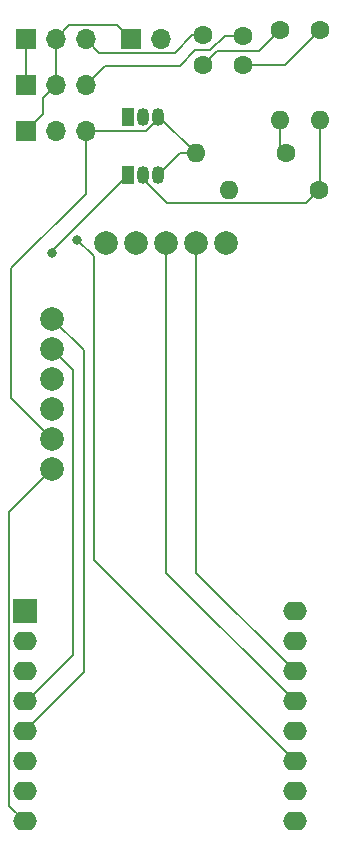
<source format=gbr>
%TF.GenerationSoftware,KiCad,Pcbnew,7.0.5-0*%
%TF.CreationDate,2023-07-06T10:59:35-04:00*%
%TF.ProjectId,Lemmingometre_v2,4c656d6d-696e-4676-9f6d-657472655f76,rev?*%
%TF.SameCoordinates,Original*%
%TF.FileFunction,Copper,L1,Top*%
%TF.FilePolarity,Positive*%
%FSLAX46Y46*%
G04 Gerber Fmt 4.6, Leading zero omitted, Abs format (unit mm)*
G04 Created by KiCad (PCBNEW 7.0.5-0) date 2023-07-06 10:59:35*
%MOMM*%
%LPD*%
G01*
G04 APERTURE LIST*
%TA.AperFunction,ComponentPad*%
%ADD10R,2.000000X2.000000*%
%TD*%
%TA.AperFunction,ComponentPad*%
%ADD11O,2.000000X1.600000*%
%TD*%
%TA.AperFunction,ComponentPad*%
%ADD12C,1.600000*%
%TD*%
%TA.AperFunction,ComponentPad*%
%ADD13O,1.600000X1.600000*%
%TD*%
%TA.AperFunction,ComponentPad*%
%ADD14R,1.700000X1.700000*%
%TD*%
%TA.AperFunction,ComponentPad*%
%ADD15O,1.700000X1.700000*%
%TD*%
%TA.AperFunction,ComponentPad*%
%ADD16R,1.050000X1.500000*%
%TD*%
%TA.AperFunction,ComponentPad*%
%ADD17O,1.050000X1.500000*%
%TD*%
%TA.AperFunction,ComponentPad*%
%ADD18C,2.000000*%
%TD*%
%TA.AperFunction,ViaPad*%
%ADD19C,0.800000*%
%TD*%
%TA.AperFunction,Conductor*%
%ADD20C,0.200000*%
%TD*%
G04 APERTURE END LIST*
D10*
%TO.P,MCU1,1,~{RST}*%
%TO.N,Net-(MCU1-~{RST})*%
X147090000Y-94150000D03*
D11*
%TO.P,MCU1,2,A0*%
%TO.N,unconnected-(MCU1-A0-Pad2)*%
X147090000Y-96690000D03*
%TO.P,MCU1,3,D0*%
%TO.N,unconnected-(MCU1-D0-Pad3)*%
X147090000Y-99230000D03*
%TO.P,MCU1,4,SCK/D5*%
%TO.N,Net-(MCU1-SCK{slash}D5)*%
X147090000Y-101770000D03*
%TO.P,MCU1,5,MISO/D6*%
%TO.N,Net-(MCU1-MISO{slash}D6)*%
X147090000Y-104310000D03*
%TO.P,MCU1,6,MOSI/D7*%
%TO.N,Net-(MCU1-MOSI{slash}D7)*%
X147090000Y-106850000D03*
%TO.P,MCU1,7,CS/D8*%
%TO.N,Net-(MCU1-CS{slash}D8)*%
X147090000Y-109390000D03*
%TO.P,MCU1,8,3V3*%
%TO.N,Net-(H1-Pin_1)*%
X147090000Y-111930000D03*
%TO.P,MCU1,9,5V*%
%TO.N,unconnected-(MCU1-5V-Pad9)*%
X169950000Y-111930000D03*
%TO.P,MCU1,10,GND*%
%TO.N,Net-(H1-Pin_2)*%
X169950000Y-109390000D03*
%TO.P,MCU1,11,D4*%
%TO.N,Net-(H6-Pin_2)*%
X169950000Y-106850000D03*
%TO.P,MCU1,12,D3*%
%TO.N,unconnected-(MCU1-D3-Pad12)*%
X169950000Y-104310000D03*
%TO.P,MCU1,13,SDA/D2*%
%TO.N,Net-(MCU1-SDA{slash}D2)*%
X169950000Y-101770000D03*
%TO.P,MCU1,14,SCL/D1*%
%TO.N,Net-(MCU1-SCL{slash}D1)*%
X169950000Y-99230000D03*
%TO.P,MCU1,15,RX*%
%TO.N,unconnected-(MCU1-RX-Pad15)*%
X169950000Y-96690000D03*
%TO.P,MCU1,16,TX*%
%TO.N,unconnected-(MCU1-TX-Pad16)*%
X169950000Y-94150000D03*
%TD*%
D12*
%TO.P,R2,1*%
%TO.N,Net-(C2-Pad2)*%
X172075000Y-44955000D03*
D13*
%TO.P,R2,2*%
%TO.N,Net-(NPN1-B)*%
X172075000Y-52575000D03*
%TD*%
D14*
%TO.P,H6,1,Pin_1*%
%TO.N,Net-(H1-Pin_1)*%
X147175000Y-53500000D03*
D15*
%TO.P,H6,2,Pin_2*%
%TO.N,Net-(H6-Pin_2)*%
X149715000Y-53500000D03*
%TO.P,H6,3,Pin_3*%
%TO.N,Net-(H1-Pin_2)*%
X152255000Y-53500000D03*
%TD*%
D14*
%TO.P,H5,1,Pin_1*%
%TO.N,Net-(H1-Pin_2)*%
X147170000Y-45675000D03*
D15*
%TO.P,H5,2,Pin_2*%
%TO.N,Net-(H1-Pin_1)*%
X149710000Y-45675000D03*
%TO.P,H5,3,Pin_3*%
%TO.N,Net-(H5-Pin_3)*%
X152250000Y-45675000D03*
%TD*%
D14*
%TO.P,H1,1,Pin_1*%
%TO.N,Net-(H1-Pin_1)*%
X156060000Y-45690000D03*
D15*
%TO.P,H1,2,Pin_2*%
%TO.N,Net-(H1-Pin_2)*%
X158600000Y-45690000D03*
%TD*%
D12*
%TO.P,R4,1*%
%TO.N,Net-(NPN1-B)*%
X172060000Y-58475000D03*
D13*
%TO.P,R4,2*%
%TO.N,Net-(H1-Pin_2)*%
X164440000Y-58475000D03*
%TD*%
D12*
%TO.P,R1,1*%
%TO.N,Net-(C1-Pad2)*%
X168725000Y-44905000D03*
D13*
%TO.P,R1,2*%
%TO.N,Net-(NPN2-B)*%
X168725000Y-52525000D03*
%TD*%
D16*
%TO.P,NPN2,1,C*%
%TO.N,Net-(MCU1-~{RST})*%
X155880000Y-52260000D03*
D17*
%TO.P,NPN2,2,B*%
%TO.N,Net-(NPN2-B)*%
X157150000Y-52260000D03*
%TO.P,NPN2,3,E*%
%TO.N,Net-(H1-Pin_2)*%
X158420000Y-52260000D03*
%TD*%
D12*
%TO.P,C1,1*%
%TO.N,Net-(H5-Pin_3)*%
X162200000Y-45400000D03*
%TO.P,C1,2*%
%TO.N,Net-(C1-Pad2)*%
X162200000Y-47900000D03*
%TD*%
%TO.P,R3,1*%
%TO.N,Net-(NPN2-B)*%
X169185000Y-55375000D03*
D13*
%TO.P,R3,2*%
%TO.N,Net-(H1-Pin_2)*%
X161565000Y-55375000D03*
%TD*%
D18*
%TO.P,SD1,1,MISO*%
%TO.N,Net-(MCU1-MISO{slash}D6)*%
X149440000Y-69370000D03*
%TO.P,SD1,2,SCK*%
%TO.N,Net-(MCU1-SCK{slash}D5)*%
X149440000Y-71910000D03*
%TO.P,SD1,3,SS*%
%TO.N,Net-(MCU1-CS{slash}D8)*%
X149440000Y-74450000D03*
%TO.P,SD1,4,MOSI*%
%TO.N,Net-(MCU1-MOSI{slash}D7)*%
X149440000Y-76990000D03*
%TO.P,SD1,5,GND*%
%TO.N,Net-(H1-Pin_2)*%
X149440000Y-79530000D03*
%TO.P,SD1,6,+5V*%
%TO.N,Net-(H1-Pin_1)*%
X149440000Y-82070000D03*
%TD*%
D12*
%TO.P,C2,1*%
%TO.N,Net-(H4-Pin_3)*%
X165550000Y-45425000D03*
%TO.P,C2,2*%
%TO.N,Net-(C2-Pad2)*%
X165550000Y-47925000D03*
%TD*%
D16*
%TO.P,NPN1,1,C*%
%TO.N,Net-(MCU1-~{RST})*%
X155885000Y-57175000D03*
D17*
%TO.P,NPN1,2,B*%
%TO.N,Net-(NPN1-B)*%
X157155000Y-57175000D03*
%TO.P,NPN1,3,E*%
%TO.N,Net-(H1-Pin_2)*%
X158425000Y-57175000D03*
%TD*%
D14*
%TO.P,H4,1,Pin_1*%
%TO.N,Net-(H1-Pin_2)*%
X147175000Y-49625000D03*
D15*
%TO.P,H4,2,Pin_2*%
%TO.N,Net-(H1-Pin_1)*%
X149715000Y-49625000D03*
%TO.P,H4,3,Pin_3*%
%TO.N,Net-(H4-Pin_3)*%
X152255000Y-49625000D03*
%TD*%
D18*
%TO.P,RTC1,5,SQW*%
%TO.N,unconnected-(RTC1-SQW-Pad5)*%
X164140000Y-62940000D03*
%TO.P,RTC1,4,SCL*%
%TO.N,Net-(MCU1-SCL{slash}D1)*%
X161600000Y-62940000D03*
%TO.P,RTC1,3,SDA*%
%TO.N,Net-(MCU1-SDA{slash}D2)*%
X159060000Y-62940000D03*
%TO.P,RTC1,2,VCC*%
%TO.N,Net-(H1-Pin_1)*%
X156520000Y-62940000D03*
%TO.P,RTC1,1,GND*%
%TO.N,Net-(H1-Pin_2)*%
X153980000Y-62940000D03*
%TD*%
D19*
%TO.N,Net-(H6-Pin_2)*%
X151550000Y-62675000D03*
%TO.N,Net-(MCU1-~{RST})*%
X149400000Y-63775000D03*
%TD*%
D20*
%TO.N,Net-(H4-Pin_3)*%
X165550000Y-45425000D02*
X164030635Y-45425000D01*
X164030635Y-45425000D02*
X162805635Y-46650000D01*
X162805635Y-46650000D02*
X161515686Y-46650000D01*
X160215686Y-47950000D02*
X153930000Y-47950000D01*
X161515686Y-46650000D02*
X160215686Y-47950000D01*
X153930000Y-47950000D02*
X152255000Y-49625000D01*
%TO.N,Net-(H5-Pin_3)*%
X152250000Y-45675000D02*
X153415000Y-46840000D01*
X153415000Y-46840000D02*
X159800000Y-46840000D01*
X159800000Y-46840000D02*
X161240000Y-45400000D01*
X161240000Y-45400000D02*
X162200000Y-45400000D01*
%TO.N,Net-(C1-Pad2)*%
X168725000Y-44905000D02*
X166930000Y-46700000D01*
X166930000Y-46700000D02*
X163400000Y-46700000D01*
X163400000Y-46700000D02*
X162200000Y-47900000D01*
%TO.N,Net-(MCU1-SCK{slash}D5)*%
X147090000Y-101770000D02*
X147290000Y-101770000D01*
X151230000Y-97830000D02*
X151230000Y-73700000D01*
X147290000Y-101770000D02*
X151230000Y-97830000D01*
X151230000Y-73700000D02*
X149440000Y-71910000D01*
%TO.N,Net-(MCU1-MISO{slash}D6)*%
X147090000Y-104310000D02*
X152090000Y-99310000D01*
X152090000Y-99310000D02*
X152090000Y-72020000D01*
X152090000Y-72020000D02*
X149440000Y-69370000D01*
%TO.N,Net-(H6-Pin_2)*%
X151550000Y-62675000D02*
X152950000Y-64075000D01*
X152950000Y-89850000D02*
X169950000Y-106850000D01*
X152950000Y-64075000D02*
X152950000Y-89850000D01*
%TO.N,Net-(H1-Pin_2)*%
X152255000Y-53500000D02*
X152255000Y-58845000D01*
X152255000Y-58845000D02*
X145980000Y-65120000D01*
X145980000Y-65120000D02*
X145980000Y-76070000D01*
X145980000Y-76070000D02*
X149440000Y-79530000D01*
%TO.N,Net-(C2-Pad2)*%
X169105000Y-47925000D02*
X165550000Y-47925000D01*
X172075000Y-44955000D02*
X169105000Y-47925000D01*
%TO.N,Net-(NPN1-B)*%
X170960000Y-59575000D02*
X159150000Y-59575000D01*
X159150000Y-59575000D02*
X157155000Y-57580000D01*
X172075000Y-58460000D02*
X172060000Y-58475000D01*
X172075000Y-52575000D02*
X172075000Y-58460000D01*
X157155000Y-57580000D02*
X157155000Y-57175000D01*
X172060000Y-58475000D02*
X170960000Y-59575000D01*
%TO.N,Net-(NPN2-B)*%
X168725000Y-52525000D02*
X168725000Y-54915000D01*
X168725000Y-54915000D02*
X169185000Y-55375000D01*
%TO.N,Net-(H1-Pin_2)*%
X161565000Y-55375000D02*
X158450000Y-52260000D01*
X157405000Y-53500000D02*
X152255000Y-53500000D01*
X160225000Y-55375000D02*
X158425000Y-57175000D01*
X147170000Y-49620000D02*
X147175000Y-49625000D01*
X161565000Y-55375000D02*
X160225000Y-55375000D01*
X158450000Y-52260000D02*
X158420000Y-52260000D01*
X158420000Y-52260000D02*
X158420000Y-52485000D01*
X158420000Y-52485000D02*
X157405000Y-53500000D01*
X147170000Y-45675000D02*
X147170000Y-49620000D01*
%TO.N,Net-(H1-Pin_1)*%
X147090000Y-111930000D02*
X145790000Y-110630000D01*
X149710000Y-45675000D02*
X150860000Y-44525000D01*
X145790000Y-85720000D02*
X149440000Y-82070000D01*
X145790000Y-110630000D02*
X145790000Y-85720000D01*
X148625000Y-52050000D02*
X147175000Y-53500000D01*
X150860000Y-44525000D02*
X154895000Y-44525000D01*
X149710000Y-49620000D02*
X149715000Y-49625000D01*
X149715000Y-49625000D02*
X148625000Y-50715000D01*
X148625000Y-50715000D02*
X148625000Y-52050000D01*
X149710000Y-45675000D02*
X149710000Y-49620000D01*
X154895000Y-44525000D02*
X156060000Y-45690000D01*
%TO.N,Net-(MCU1-~{RST})*%
X155885000Y-57175000D02*
X149400000Y-63660000D01*
X149400000Y-63660000D02*
X149400000Y-63775000D01*
%TO.N,Net-(MCU1-SDA{slash}D2)*%
X159060000Y-62940000D02*
X159060000Y-90880000D01*
X159060000Y-90880000D02*
X169950000Y-101770000D01*
%TO.N,Net-(MCU1-SCL{slash}D1)*%
X161600000Y-62940000D02*
X161600000Y-90880000D01*
X161600000Y-90880000D02*
X169950000Y-99230000D01*
%TD*%
M02*

</source>
